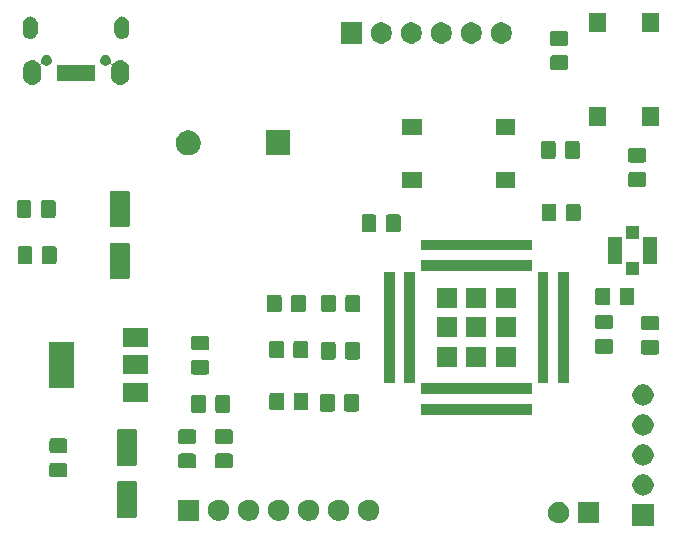
<source format=gbr>
G04 #@! TF.GenerationSoftware,KiCad,Pcbnew,5.1.5-52549c5~84~ubuntu18.04.1*
G04 #@! TF.CreationDate,2020-02-11T14:22:43+01:00*
G04 #@! TF.ProjectId,project,70726f6a-6563-4742-9e6b-696361645f70,rev?*
G04 #@! TF.SameCoordinates,Original*
G04 #@! TF.FileFunction,Soldermask,Top*
G04 #@! TF.FilePolarity,Negative*
%FSLAX46Y46*%
G04 Gerber Fmt 4.6, Leading zero omitted, Abs format (unit mm)*
G04 Created by KiCad (PCBNEW 5.1.5-52549c5~84~ubuntu18.04.1) date 2020-02-11 14:22:43*
%MOMM*%
%LPD*%
G04 APERTURE LIST*
%ADD10C,0.100000*%
G04 APERTURE END LIST*
D10*
G36*
X99001000Y-79001000D02*
G01*
X97199000Y-79001000D01*
X97199000Y-77199000D01*
X99001000Y-77199000D01*
X99001000Y-79001000D01*
G37*
G36*
X94401000Y-78801000D02*
G01*
X92599000Y-78801000D01*
X92599000Y-76999000D01*
X94401000Y-76999000D01*
X94401000Y-78801000D01*
G37*
G36*
X91054508Y-77000147D02*
G01*
X91222812Y-77033624D01*
X91386784Y-77101544D01*
X91534354Y-77200147D01*
X91659853Y-77325646D01*
X91758456Y-77473216D01*
X91826376Y-77637188D01*
X91861000Y-77811259D01*
X91861000Y-77988741D01*
X91826376Y-78162812D01*
X91758456Y-78326784D01*
X91659853Y-78474354D01*
X91534354Y-78599853D01*
X91386784Y-78698456D01*
X91222812Y-78766376D01*
X91073512Y-78796073D01*
X91048742Y-78801000D01*
X90871258Y-78801000D01*
X90846488Y-78796073D01*
X90697188Y-78766376D01*
X90533216Y-78698456D01*
X90385646Y-78599853D01*
X90260147Y-78474354D01*
X90161544Y-78326784D01*
X90093624Y-78162812D01*
X90059000Y-77988741D01*
X90059000Y-77811259D01*
X90093624Y-77637188D01*
X90161544Y-77473216D01*
X90260147Y-77325646D01*
X90385646Y-77200147D01*
X90533216Y-77101544D01*
X90697188Y-77033624D01*
X90865492Y-77000147D01*
X90871258Y-76999000D01*
X91048742Y-76999000D01*
X91054508Y-77000147D01*
G37*
G36*
X67373512Y-76803927D02*
G01*
X67522812Y-76833624D01*
X67686784Y-76901544D01*
X67834354Y-77000147D01*
X67959853Y-77125646D01*
X68058456Y-77273216D01*
X68126376Y-77437188D01*
X68161000Y-77611259D01*
X68161000Y-77788741D01*
X68126376Y-77962812D01*
X68058456Y-78126784D01*
X67959853Y-78274354D01*
X67834354Y-78399853D01*
X67686784Y-78498456D01*
X67522812Y-78566376D01*
X67373512Y-78596073D01*
X67348742Y-78601000D01*
X67171258Y-78601000D01*
X67146488Y-78596073D01*
X66997188Y-78566376D01*
X66833216Y-78498456D01*
X66685646Y-78399853D01*
X66560147Y-78274354D01*
X66461544Y-78126784D01*
X66393624Y-77962812D01*
X66359000Y-77788741D01*
X66359000Y-77611259D01*
X66393624Y-77437188D01*
X66461544Y-77273216D01*
X66560147Y-77125646D01*
X66685646Y-77000147D01*
X66833216Y-76901544D01*
X66997188Y-76833624D01*
X67146488Y-76803927D01*
X67171258Y-76799000D01*
X67348742Y-76799000D01*
X67373512Y-76803927D01*
G37*
G36*
X72453512Y-76803927D02*
G01*
X72602812Y-76833624D01*
X72766784Y-76901544D01*
X72914354Y-77000147D01*
X73039853Y-77125646D01*
X73138456Y-77273216D01*
X73206376Y-77437188D01*
X73241000Y-77611259D01*
X73241000Y-77788741D01*
X73206376Y-77962812D01*
X73138456Y-78126784D01*
X73039853Y-78274354D01*
X72914354Y-78399853D01*
X72766784Y-78498456D01*
X72602812Y-78566376D01*
X72453512Y-78596073D01*
X72428742Y-78601000D01*
X72251258Y-78601000D01*
X72226488Y-78596073D01*
X72077188Y-78566376D01*
X71913216Y-78498456D01*
X71765646Y-78399853D01*
X71640147Y-78274354D01*
X71541544Y-78126784D01*
X71473624Y-77962812D01*
X71439000Y-77788741D01*
X71439000Y-77611259D01*
X71473624Y-77437188D01*
X71541544Y-77273216D01*
X71640147Y-77125646D01*
X71765646Y-77000147D01*
X71913216Y-76901544D01*
X72077188Y-76833624D01*
X72226488Y-76803927D01*
X72251258Y-76799000D01*
X72428742Y-76799000D01*
X72453512Y-76803927D01*
G37*
G36*
X69913512Y-76803927D02*
G01*
X70062812Y-76833624D01*
X70226784Y-76901544D01*
X70374354Y-77000147D01*
X70499853Y-77125646D01*
X70598456Y-77273216D01*
X70666376Y-77437188D01*
X70701000Y-77611259D01*
X70701000Y-77788741D01*
X70666376Y-77962812D01*
X70598456Y-78126784D01*
X70499853Y-78274354D01*
X70374354Y-78399853D01*
X70226784Y-78498456D01*
X70062812Y-78566376D01*
X69913512Y-78596073D01*
X69888742Y-78601000D01*
X69711258Y-78601000D01*
X69686488Y-78596073D01*
X69537188Y-78566376D01*
X69373216Y-78498456D01*
X69225646Y-78399853D01*
X69100147Y-78274354D01*
X69001544Y-78126784D01*
X68933624Y-77962812D01*
X68899000Y-77788741D01*
X68899000Y-77611259D01*
X68933624Y-77437188D01*
X69001544Y-77273216D01*
X69100147Y-77125646D01*
X69225646Y-77000147D01*
X69373216Y-76901544D01*
X69537188Y-76833624D01*
X69686488Y-76803927D01*
X69711258Y-76799000D01*
X69888742Y-76799000D01*
X69913512Y-76803927D01*
G37*
G36*
X64833512Y-76803927D02*
G01*
X64982812Y-76833624D01*
X65146784Y-76901544D01*
X65294354Y-77000147D01*
X65419853Y-77125646D01*
X65518456Y-77273216D01*
X65586376Y-77437188D01*
X65621000Y-77611259D01*
X65621000Y-77788741D01*
X65586376Y-77962812D01*
X65518456Y-78126784D01*
X65419853Y-78274354D01*
X65294354Y-78399853D01*
X65146784Y-78498456D01*
X64982812Y-78566376D01*
X64833512Y-78596073D01*
X64808742Y-78601000D01*
X64631258Y-78601000D01*
X64606488Y-78596073D01*
X64457188Y-78566376D01*
X64293216Y-78498456D01*
X64145646Y-78399853D01*
X64020147Y-78274354D01*
X63921544Y-78126784D01*
X63853624Y-77962812D01*
X63819000Y-77788741D01*
X63819000Y-77611259D01*
X63853624Y-77437188D01*
X63921544Y-77273216D01*
X64020147Y-77125646D01*
X64145646Y-77000147D01*
X64293216Y-76901544D01*
X64457188Y-76833624D01*
X64606488Y-76803927D01*
X64631258Y-76799000D01*
X64808742Y-76799000D01*
X64833512Y-76803927D01*
G37*
G36*
X60541000Y-78601000D02*
G01*
X58739000Y-78601000D01*
X58739000Y-76799000D01*
X60541000Y-76799000D01*
X60541000Y-78601000D01*
G37*
G36*
X74993512Y-76803927D02*
G01*
X75142812Y-76833624D01*
X75306784Y-76901544D01*
X75454354Y-77000147D01*
X75579853Y-77125646D01*
X75678456Y-77273216D01*
X75746376Y-77437188D01*
X75781000Y-77611259D01*
X75781000Y-77788741D01*
X75746376Y-77962812D01*
X75678456Y-78126784D01*
X75579853Y-78274354D01*
X75454354Y-78399853D01*
X75306784Y-78498456D01*
X75142812Y-78566376D01*
X74993512Y-78596073D01*
X74968742Y-78601000D01*
X74791258Y-78601000D01*
X74766488Y-78596073D01*
X74617188Y-78566376D01*
X74453216Y-78498456D01*
X74305646Y-78399853D01*
X74180147Y-78274354D01*
X74081544Y-78126784D01*
X74013624Y-77962812D01*
X73979000Y-77788741D01*
X73979000Y-77611259D01*
X74013624Y-77437188D01*
X74081544Y-77273216D01*
X74180147Y-77125646D01*
X74305646Y-77000147D01*
X74453216Y-76901544D01*
X74617188Y-76833624D01*
X74766488Y-76803927D01*
X74791258Y-76799000D01*
X74968742Y-76799000D01*
X74993512Y-76803927D01*
G37*
G36*
X62293512Y-76803927D02*
G01*
X62442812Y-76833624D01*
X62606784Y-76901544D01*
X62754354Y-77000147D01*
X62879853Y-77125646D01*
X62978456Y-77273216D01*
X63046376Y-77437188D01*
X63081000Y-77611259D01*
X63081000Y-77788741D01*
X63046376Y-77962812D01*
X62978456Y-78126784D01*
X62879853Y-78274354D01*
X62754354Y-78399853D01*
X62606784Y-78498456D01*
X62442812Y-78566376D01*
X62293512Y-78596073D01*
X62268742Y-78601000D01*
X62091258Y-78601000D01*
X62066488Y-78596073D01*
X61917188Y-78566376D01*
X61753216Y-78498456D01*
X61605646Y-78399853D01*
X61480147Y-78274354D01*
X61381544Y-78126784D01*
X61313624Y-77962812D01*
X61279000Y-77788741D01*
X61279000Y-77611259D01*
X61313624Y-77437188D01*
X61381544Y-77273216D01*
X61480147Y-77125646D01*
X61605646Y-77000147D01*
X61753216Y-76901544D01*
X61917188Y-76833624D01*
X62066488Y-76803927D01*
X62091258Y-76799000D01*
X62268742Y-76799000D01*
X62293512Y-76803927D01*
G37*
G36*
X55105997Y-75253051D02*
G01*
X55139652Y-75263261D01*
X55170665Y-75279838D01*
X55197851Y-75302149D01*
X55220162Y-75329335D01*
X55236739Y-75360348D01*
X55246949Y-75394003D01*
X55251000Y-75435138D01*
X55251000Y-78164862D01*
X55246949Y-78205997D01*
X55236739Y-78239652D01*
X55220162Y-78270665D01*
X55197851Y-78297851D01*
X55170665Y-78320162D01*
X55139652Y-78336739D01*
X55105997Y-78346949D01*
X55064862Y-78351000D01*
X53735138Y-78351000D01*
X53694003Y-78346949D01*
X53660348Y-78336739D01*
X53629335Y-78320162D01*
X53602149Y-78297851D01*
X53579838Y-78270665D01*
X53563261Y-78239652D01*
X53553051Y-78205997D01*
X53549000Y-78164862D01*
X53549000Y-75435138D01*
X53553051Y-75394003D01*
X53563261Y-75360348D01*
X53579838Y-75329335D01*
X53602149Y-75302149D01*
X53629335Y-75279838D01*
X53660348Y-75263261D01*
X53694003Y-75253051D01*
X53735138Y-75249000D01*
X55064862Y-75249000D01*
X55105997Y-75253051D01*
G37*
G36*
X98213512Y-74663927D02*
G01*
X98362812Y-74693624D01*
X98526784Y-74761544D01*
X98674354Y-74860147D01*
X98799853Y-74985646D01*
X98898456Y-75133216D01*
X98966376Y-75297188D01*
X99001000Y-75471259D01*
X99001000Y-75648741D01*
X98966376Y-75822812D01*
X98898456Y-75986784D01*
X98799853Y-76134354D01*
X98674354Y-76259853D01*
X98526784Y-76358456D01*
X98362812Y-76426376D01*
X98213512Y-76456073D01*
X98188742Y-76461000D01*
X98011258Y-76461000D01*
X97986488Y-76456073D01*
X97837188Y-76426376D01*
X97673216Y-76358456D01*
X97525646Y-76259853D01*
X97400147Y-76134354D01*
X97301544Y-75986784D01*
X97233624Y-75822812D01*
X97199000Y-75648741D01*
X97199000Y-75471259D01*
X97233624Y-75297188D01*
X97301544Y-75133216D01*
X97400147Y-74985646D01*
X97525646Y-74860147D01*
X97673216Y-74761544D01*
X97837188Y-74693624D01*
X97986488Y-74663927D01*
X98011258Y-74659000D01*
X98188742Y-74659000D01*
X98213512Y-74663927D01*
G37*
G36*
X49188674Y-73678465D02*
G01*
X49226367Y-73689899D01*
X49261103Y-73708466D01*
X49291548Y-73733452D01*
X49316534Y-73763897D01*
X49335101Y-73798633D01*
X49346535Y-73836326D01*
X49351000Y-73881661D01*
X49351000Y-74718339D01*
X49346535Y-74763674D01*
X49335101Y-74801367D01*
X49316534Y-74836103D01*
X49291548Y-74866548D01*
X49261103Y-74891534D01*
X49226367Y-74910101D01*
X49188674Y-74921535D01*
X49143339Y-74926000D01*
X48056661Y-74926000D01*
X48011326Y-74921535D01*
X47973633Y-74910101D01*
X47938897Y-74891534D01*
X47908452Y-74866548D01*
X47883466Y-74836103D01*
X47864899Y-74801367D01*
X47853465Y-74763674D01*
X47849000Y-74718339D01*
X47849000Y-73881661D01*
X47853465Y-73836326D01*
X47864899Y-73798633D01*
X47883466Y-73763897D01*
X47908452Y-73733452D01*
X47938897Y-73708466D01*
X47973633Y-73689899D01*
X48011326Y-73678465D01*
X48056661Y-73674000D01*
X49143339Y-73674000D01*
X49188674Y-73678465D01*
G37*
G36*
X60088674Y-72903465D02*
G01*
X60126367Y-72914899D01*
X60161103Y-72933466D01*
X60191548Y-72958452D01*
X60216534Y-72988897D01*
X60235101Y-73023633D01*
X60246535Y-73061326D01*
X60251000Y-73106661D01*
X60251000Y-73943339D01*
X60246535Y-73988674D01*
X60235101Y-74026367D01*
X60216534Y-74061103D01*
X60191548Y-74091548D01*
X60161103Y-74116534D01*
X60126367Y-74135101D01*
X60088674Y-74146535D01*
X60043339Y-74151000D01*
X58956661Y-74151000D01*
X58911326Y-74146535D01*
X58873633Y-74135101D01*
X58838897Y-74116534D01*
X58808452Y-74091548D01*
X58783466Y-74061103D01*
X58764899Y-74026367D01*
X58753465Y-73988674D01*
X58749000Y-73943339D01*
X58749000Y-73106661D01*
X58753465Y-73061326D01*
X58764899Y-73023633D01*
X58783466Y-72988897D01*
X58808452Y-72958452D01*
X58838897Y-72933466D01*
X58873633Y-72914899D01*
X58911326Y-72903465D01*
X58956661Y-72899000D01*
X60043339Y-72899000D01*
X60088674Y-72903465D01*
G37*
G36*
X63188674Y-72903465D02*
G01*
X63226367Y-72914899D01*
X63261103Y-72933466D01*
X63291548Y-72958452D01*
X63316534Y-72988897D01*
X63335101Y-73023633D01*
X63346535Y-73061326D01*
X63351000Y-73106661D01*
X63351000Y-73943339D01*
X63346535Y-73988674D01*
X63335101Y-74026367D01*
X63316534Y-74061103D01*
X63291548Y-74091548D01*
X63261103Y-74116534D01*
X63226367Y-74135101D01*
X63188674Y-74146535D01*
X63143339Y-74151000D01*
X62056661Y-74151000D01*
X62011326Y-74146535D01*
X61973633Y-74135101D01*
X61938897Y-74116534D01*
X61908452Y-74091548D01*
X61883466Y-74061103D01*
X61864899Y-74026367D01*
X61853465Y-73988674D01*
X61849000Y-73943339D01*
X61849000Y-73106661D01*
X61853465Y-73061326D01*
X61864899Y-73023633D01*
X61883466Y-72988897D01*
X61908452Y-72958452D01*
X61938897Y-72933466D01*
X61973633Y-72914899D01*
X62011326Y-72903465D01*
X62056661Y-72899000D01*
X63143339Y-72899000D01*
X63188674Y-72903465D01*
G37*
G36*
X55105997Y-70853051D02*
G01*
X55139652Y-70863261D01*
X55170665Y-70879838D01*
X55197851Y-70902149D01*
X55220162Y-70929335D01*
X55236739Y-70960348D01*
X55246949Y-70994003D01*
X55251000Y-71035138D01*
X55251000Y-73764862D01*
X55246949Y-73805997D01*
X55236739Y-73839652D01*
X55220162Y-73870665D01*
X55197851Y-73897851D01*
X55170665Y-73920162D01*
X55139652Y-73936739D01*
X55105997Y-73946949D01*
X55064862Y-73951000D01*
X53735138Y-73951000D01*
X53694003Y-73946949D01*
X53660348Y-73936739D01*
X53629335Y-73920162D01*
X53602149Y-73897851D01*
X53579838Y-73870665D01*
X53563261Y-73839652D01*
X53553051Y-73805997D01*
X53549000Y-73764862D01*
X53549000Y-71035138D01*
X53553051Y-70994003D01*
X53563261Y-70960348D01*
X53579838Y-70929335D01*
X53602149Y-70902149D01*
X53629335Y-70879838D01*
X53660348Y-70863261D01*
X53694003Y-70853051D01*
X53735138Y-70849000D01*
X55064862Y-70849000D01*
X55105997Y-70853051D01*
G37*
G36*
X98213512Y-72123927D02*
G01*
X98362812Y-72153624D01*
X98526784Y-72221544D01*
X98674354Y-72320147D01*
X98799853Y-72445646D01*
X98898456Y-72593216D01*
X98966376Y-72757188D01*
X98994583Y-72899000D01*
X99001000Y-72931258D01*
X99001000Y-73108742D01*
X98996073Y-73133512D01*
X98966376Y-73282812D01*
X98898456Y-73446784D01*
X98799853Y-73594354D01*
X98674354Y-73719853D01*
X98526784Y-73818456D01*
X98362812Y-73886376D01*
X98213512Y-73916073D01*
X98188742Y-73921000D01*
X98011258Y-73921000D01*
X97986488Y-73916073D01*
X97837188Y-73886376D01*
X97673216Y-73818456D01*
X97525646Y-73719853D01*
X97400147Y-73594354D01*
X97301544Y-73446784D01*
X97233624Y-73282812D01*
X97203927Y-73133512D01*
X97199000Y-73108742D01*
X97199000Y-72931258D01*
X97205417Y-72899000D01*
X97233624Y-72757188D01*
X97301544Y-72593216D01*
X97400147Y-72445646D01*
X97525646Y-72320147D01*
X97673216Y-72221544D01*
X97837188Y-72153624D01*
X97986488Y-72123927D01*
X98011258Y-72119000D01*
X98188742Y-72119000D01*
X98213512Y-72123927D01*
G37*
G36*
X49188674Y-71628465D02*
G01*
X49226367Y-71639899D01*
X49261103Y-71658466D01*
X49291548Y-71683452D01*
X49316534Y-71713897D01*
X49335101Y-71748633D01*
X49346535Y-71786326D01*
X49351000Y-71831661D01*
X49351000Y-72668339D01*
X49346535Y-72713674D01*
X49335101Y-72751367D01*
X49316534Y-72786103D01*
X49291548Y-72816548D01*
X49261103Y-72841534D01*
X49226367Y-72860101D01*
X49188674Y-72871535D01*
X49143339Y-72876000D01*
X48056661Y-72876000D01*
X48011326Y-72871535D01*
X47973633Y-72860101D01*
X47938897Y-72841534D01*
X47908452Y-72816548D01*
X47883466Y-72786103D01*
X47864899Y-72751367D01*
X47853465Y-72713674D01*
X47849000Y-72668339D01*
X47849000Y-71831661D01*
X47853465Y-71786326D01*
X47864899Y-71748633D01*
X47883466Y-71713897D01*
X47908452Y-71683452D01*
X47938897Y-71658466D01*
X47973633Y-71639899D01*
X48011326Y-71628465D01*
X48056661Y-71624000D01*
X49143339Y-71624000D01*
X49188674Y-71628465D01*
G37*
G36*
X63188674Y-70853465D02*
G01*
X63226367Y-70864899D01*
X63261103Y-70883466D01*
X63291548Y-70908452D01*
X63316534Y-70938897D01*
X63335101Y-70973633D01*
X63346535Y-71011326D01*
X63351000Y-71056661D01*
X63351000Y-71893339D01*
X63346535Y-71938674D01*
X63335101Y-71976367D01*
X63316534Y-72011103D01*
X63291548Y-72041548D01*
X63261103Y-72066534D01*
X63226367Y-72085101D01*
X63188674Y-72096535D01*
X63143339Y-72101000D01*
X62056661Y-72101000D01*
X62011326Y-72096535D01*
X61973633Y-72085101D01*
X61938897Y-72066534D01*
X61908452Y-72041548D01*
X61883466Y-72011103D01*
X61864899Y-71976367D01*
X61853465Y-71938674D01*
X61849000Y-71893339D01*
X61849000Y-71056661D01*
X61853465Y-71011326D01*
X61864899Y-70973633D01*
X61883466Y-70938897D01*
X61908452Y-70908452D01*
X61938897Y-70883466D01*
X61973633Y-70864899D01*
X62011326Y-70853465D01*
X62056661Y-70849000D01*
X63143339Y-70849000D01*
X63188674Y-70853465D01*
G37*
G36*
X60088674Y-70853465D02*
G01*
X60126367Y-70864899D01*
X60161103Y-70883466D01*
X60191548Y-70908452D01*
X60216534Y-70938897D01*
X60235101Y-70973633D01*
X60246535Y-71011326D01*
X60251000Y-71056661D01*
X60251000Y-71893339D01*
X60246535Y-71938674D01*
X60235101Y-71976367D01*
X60216534Y-72011103D01*
X60191548Y-72041548D01*
X60161103Y-72066534D01*
X60126367Y-72085101D01*
X60088674Y-72096535D01*
X60043339Y-72101000D01*
X58956661Y-72101000D01*
X58911326Y-72096535D01*
X58873633Y-72085101D01*
X58838897Y-72066534D01*
X58808452Y-72041548D01*
X58783466Y-72011103D01*
X58764899Y-71976367D01*
X58753465Y-71938674D01*
X58749000Y-71893339D01*
X58749000Y-71056661D01*
X58753465Y-71011326D01*
X58764899Y-70973633D01*
X58783466Y-70938897D01*
X58808452Y-70908452D01*
X58838897Y-70883466D01*
X58873633Y-70864899D01*
X58911326Y-70853465D01*
X58956661Y-70849000D01*
X60043339Y-70849000D01*
X60088674Y-70853465D01*
G37*
G36*
X98213512Y-69583927D02*
G01*
X98362812Y-69613624D01*
X98526784Y-69681544D01*
X98674354Y-69780147D01*
X98799853Y-69905646D01*
X98898456Y-70053216D01*
X98966376Y-70217188D01*
X99001000Y-70391259D01*
X99001000Y-70568741D01*
X98966376Y-70742812D01*
X98898456Y-70906784D01*
X98799853Y-71054354D01*
X98674354Y-71179853D01*
X98526784Y-71278456D01*
X98362812Y-71346376D01*
X98213512Y-71376073D01*
X98188742Y-71381000D01*
X98011258Y-71381000D01*
X97986488Y-71376073D01*
X97837188Y-71346376D01*
X97673216Y-71278456D01*
X97525646Y-71179853D01*
X97400147Y-71054354D01*
X97301544Y-70906784D01*
X97233624Y-70742812D01*
X97199000Y-70568741D01*
X97199000Y-70391259D01*
X97233624Y-70217188D01*
X97301544Y-70053216D01*
X97400147Y-69905646D01*
X97525646Y-69780147D01*
X97673216Y-69681544D01*
X97837188Y-69613624D01*
X97986488Y-69583927D01*
X98011258Y-69579000D01*
X98188742Y-69579000D01*
X98213512Y-69583927D01*
G37*
G36*
X88701000Y-69601000D02*
G01*
X79299000Y-69601000D01*
X79299000Y-68699000D01*
X88701000Y-68699000D01*
X88701000Y-69601000D01*
G37*
G36*
X62988674Y-67953465D02*
G01*
X63026367Y-67964899D01*
X63061103Y-67983466D01*
X63091548Y-68008452D01*
X63116534Y-68038897D01*
X63135101Y-68073633D01*
X63146535Y-68111326D01*
X63151000Y-68156661D01*
X63151000Y-69243339D01*
X63146535Y-69288674D01*
X63135101Y-69326367D01*
X63116534Y-69361103D01*
X63091548Y-69391548D01*
X63061103Y-69416534D01*
X63026367Y-69435101D01*
X62988674Y-69446535D01*
X62943339Y-69451000D01*
X62106661Y-69451000D01*
X62061326Y-69446535D01*
X62023633Y-69435101D01*
X61988897Y-69416534D01*
X61958452Y-69391548D01*
X61933466Y-69361103D01*
X61914899Y-69326367D01*
X61903465Y-69288674D01*
X61899000Y-69243339D01*
X61899000Y-68156661D01*
X61903465Y-68111326D01*
X61914899Y-68073633D01*
X61933466Y-68038897D01*
X61958452Y-68008452D01*
X61988897Y-67983466D01*
X62023633Y-67964899D01*
X62061326Y-67953465D01*
X62106661Y-67949000D01*
X62943339Y-67949000D01*
X62988674Y-67953465D01*
G37*
G36*
X60938674Y-67953465D02*
G01*
X60976367Y-67964899D01*
X61011103Y-67983466D01*
X61041548Y-68008452D01*
X61066534Y-68038897D01*
X61085101Y-68073633D01*
X61096535Y-68111326D01*
X61101000Y-68156661D01*
X61101000Y-69243339D01*
X61096535Y-69288674D01*
X61085101Y-69326367D01*
X61066534Y-69361103D01*
X61041548Y-69391548D01*
X61011103Y-69416534D01*
X60976367Y-69435101D01*
X60938674Y-69446535D01*
X60893339Y-69451000D01*
X60056661Y-69451000D01*
X60011326Y-69446535D01*
X59973633Y-69435101D01*
X59938897Y-69416534D01*
X59908452Y-69391548D01*
X59883466Y-69361103D01*
X59864899Y-69326367D01*
X59853465Y-69288674D01*
X59849000Y-69243339D01*
X59849000Y-68156661D01*
X59853465Y-68111326D01*
X59864899Y-68073633D01*
X59883466Y-68038897D01*
X59908452Y-68008452D01*
X59938897Y-67983466D01*
X59973633Y-67964899D01*
X60011326Y-67953465D01*
X60056661Y-67949000D01*
X60893339Y-67949000D01*
X60938674Y-67953465D01*
G37*
G36*
X71838674Y-67853465D02*
G01*
X71876367Y-67864899D01*
X71911103Y-67883466D01*
X71941548Y-67908452D01*
X71966534Y-67938897D01*
X71985101Y-67973633D01*
X71996535Y-68011326D01*
X72001000Y-68056661D01*
X72001000Y-69143339D01*
X71996535Y-69188674D01*
X71985101Y-69226367D01*
X71966534Y-69261103D01*
X71941548Y-69291548D01*
X71911103Y-69316534D01*
X71876367Y-69335101D01*
X71838674Y-69346535D01*
X71793339Y-69351000D01*
X70956661Y-69351000D01*
X70911326Y-69346535D01*
X70873633Y-69335101D01*
X70838897Y-69316534D01*
X70808452Y-69291548D01*
X70783466Y-69261103D01*
X70764899Y-69226367D01*
X70753465Y-69188674D01*
X70749000Y-69143339D01*
X70749000Y-68056661D01*
X70753465Y-68011326D01*
X70764899Y-67973633D01*
X70783466Y-67938897D01*
X70808452Y-67908452D01*
X70838897Y-67883466D01*
X70873633Y-67864899D01*
X70911326Y-67853465D01*
X70956661Y-67849000D01*
X71793339Y-67849000D01*
X71838674Y-67853465D01*
G37*
G36*
X73888674Y-67853465D02*
G01*
X73926367Y-67864899D01*
X73961103Y-67883466D01*
X73991548Y-67908452D01*
X74016534Y-67938897D01*
X74035101Y-67973633D01*
X74046535Y-68011326D01*
X74051000Y-68056661D01*
X74051000Y-69143339D01*
X74046535Y-69188674D01*
X74035101Y-69226367D01*
X74016534Y-69261103D01*
X73991548Y-69291548D01*
X73961103Y-69316534D01*
X73926367Y-69335101D01*
X73888674Y-69346535D01*
X73843339Y-69351000D01*
X73006661Y-69351000D01*
X72961326Y-69346535D01*
X72923633Y-69335101D01*
X72888897Y-69316534D01*
X72858452Y-69291548D01*
X72833466Y-69261103D01*
X72814899Y-69226367D01*
X72803465Y-69188674D01*
X72799000Y-69143339D01*
X72799000Y-68056661D01*
X72803465Y-68011326D01*
X72814899Y-67973633D01*
X72833466Y-67938897D01*
X72858452Y-67908452D01*
X72888897Y-67883466D01*
X72923633Y-67864899D01*
X72961326Y-67853465D01*
X73006661Y-67849000D01*
X73843339Y-67849000D01*
X73888674Y-67853465D01*
G37*
G36*
X67563674Y-67753465D02*
G01*
X67601367Y-67764899D01*
X67636103Y-67783466D01*
X67666548Y-67808452D01*
X67691534Y-67838897D01*
X67710101Y-67873633D01*
X67721535Y-67911326D01*
X67726000Y-67956661D01*
X67726000Y-69043339D01*
X67721535Y-69088674D01*
X67710101Y-69126367D01*
X67691534Y-69161103D01*
X67666548Y-69191548D01*
X67636103Y-69216534D01*
X67601367Y-69235101D01*
X67563674Y-69246535D01*
X67518339Y-69251000D01*
X66681661Y-69251000D01*
X66636326Y-69246535D01*
X66598633Y-69235101D01*
X66563897Y-69216534D01*
X66533452Y-69191548D01*
X66508466Y-69161103D01*
X66489899Y-69126367D01*
X66478465Y-69088674D01*
X66474000Y-69043339D01*
X66474000Y-67956661D01*
X66478465Y-67911326D01*
X66489899Y-67873633D01*
X66508466Y-67838897D01*
X66533452Y-67808452D01*
X66563897Y-67783466D01*
X66598633Y-67764899D01*
X66636326Y-67753465D01*
X66681661Y-67749000D01*
X67518339Y-67749000D01*
X67563674Y-67753465D01*
G37*
G36*
X69613674Y-67753465D02*
G01*
X69651367Y-67764899D01*
X69686103Y-67783466D01*
X69716548Y-67808452D01*
X69741534Y-67838897D01*
X69760101Y-67873633D01*
X69771535Y-67911326D01*
X69776000Y-67956661D01*
X69776000Y-69043339D01*
X69771535Y-69088674D01*
X69760101Y-69126367D01*
X69741534Y-69161103D01*
X69716548Y-69191548D01*
X69686103Y-69216534D01*
X69651367Y-69235101D01*
X69613674Y-69246535D01*
X69568339Y-69251000D01*
X68731661Y-69251000D01*
X68686326Y-69246535D01*
X68648633Y-69235101D01*
X68613897Y-69216534D01*
X68583452Y-69191548D01*
X68558466Y-69161103D01*
X68539899Y-69126367D01*
X68528465Y-69088674D01*
X68524000Y-69043339D01*
X68524000Y-67956661D01*
X68528465Y-67911326D01*
X68539899Y-67873633D01*
X68558466Y-67838897D01*
X68583452Y-67808452D01*
X68613897Y-67783466D01*
X68648633Y-67764899D01*
X68686326Y-67753465D01*
X68731661Y-67749000D01*
X69568339Y-67749000D01*
X69613674Y-67753465D01*
G37*
G36*
X98213512Y-67043927D02*
G01*
X98362812Y-67073624D01*
X98526784Y-67141544D01*
X98674354Y-67240147D01*
X98799853Y-67365646D01*
X98898456Y-67513216D01*
X98966376Y-67677188D01*
X98992485Y-67808452D01*
X99000949Y-67851000D01*
X99001000Y-67851259D01*
X99001000Y-68028741D01*
X98966376Y-68202812D01*
X98898456Y-68366784D01*
X98799853Y-68514354D01*
X98674354Y-68639853D01*
X98526784Y-68738456D01*
X98362812Y-68806376D01*
X98213512Y-68836073D01*
X98188742Y-68841000D01*
X98011258Y-68841000D01*
X97986488Y-68836073D01*
X97837188Y-68806376D01*
X97673216Y-68738456D01*
X97525646Y-68639853D01*
X97400147Y-68514354D01*
X97301544Y-68366784D01*
X97233624Y-68202812D01*
X97199000Y-68028741D01*
X97199000Y-67851259D01*
X97199052Y-67851000D01*
X97207515Y-67808452D01*
X97233624Y-67677188D01*
X97301544Y-67513216D01*
X97400147Y-67365646D01*
X97525646Y-67240147D01*
X97673216Y-67141544D01*
X97837188Y-67073624D01*
X97986488Y-67043927D01*
X98011258Y-67039000D01*
X98188742Y-67039000D01*
X98213512Y-67043927D01*
G37*
G36*
X56201000Y-68501000D02*
G01*
X54099000Y-68501000D01*
X54099000Y-66899000D01*
X56201000Y-66899000D01*
X56201000Y-68501000D01*
G37*
G36*
X88701000Y-67851000D02*
G01*
X79299000Y-67851000D01*
X79299000Y-66949000D01*
X88701000Y-66949000D01*
X88701000Y-67851000D01*
G37*
G36*
X49901000Y-67351000D02*
G01*
X47799000Y-67351000D01*
X47799000Y-63449000D01*
X49901000Y-63449000D01*
X49901000Y-67351000D01*
G37*
G36*
X91801000Y-66901000D02*
G01*
X90899000Y-66901000D01*
X90899000Y-57499000D01*
X91801000Y-57499000D01*
X91801000Y-66901000D01*
G37*
G36*
X90101000Y-66901000D02*
G01*
X89199000Y-66901000D01*
X89199000Y-57499000D01*
X90101000Y-57499000D01*
X90101000Y-66901000D01*
G37*
G36*
X78801000Y-66901000D02*
G01*
X77899000Y-66901000D01*
X77899000Y-57499000D01*
X78801000Y-57499000D01*
X78801000Y-66901000D01*
G37*
G36*
X77101000Y-66901000D02*
G01*
X76199000Y-66901000D01*
X76199000Y-57499000D01*
X77101000Y-57499000D01*
X77101000Y-66901000D01*
G37*
G36*
X61188674Y-64978465D02*
G01*
X61226367Y-64989899D01*
X61261103Y-65008466D01*
X61291548Y-65033452D01*
X61316534Y-65063897D01*
X61335101Y-65098633D01*
X61346535Y-65136326D01*
X61351000Y-65181661D01*
X61351000Y-66018339D01*
X61346535Y-66063674D01*
X61335101Y-66101367D01*
X61316534Y-66136103D01*
X61291548Y-66166548D01*
X61261103Y-66191534D01*
X61226367Y-66210101D01*
X61188674Y-66221535D01*
X61143339Y-66226000D01*
X60056661Y-66226000D01*
X60011326Y-66221535D01*
X59973633Y-66210101D01*
X59938897Y-66191534D01*
X59908452Y-66166548D01*
X59883466Y-66136103D01*
X59864899Y-66101367D01*
X59853465Y-66063674D01*
X59849000Y-66018339D01*
X59849000Y-65181661D01*
X59853465Y-65136326D01*
X59864899Y-65098633D01*
X59883466Y-65063897D01*
X59908452Y-65033452D01*
X59938897Y-65008466D01*
X59973633Y-64989899D01*
X60011326Y-64978465D01*
X60056661Y-64974000D01*
X61143339Y-64974000D01*
X61188674Y-64978465D01*
G37*
G36*
X56201000Y-66201000D02*
G01*
X54099000Y-66201000D01*
X54099000Y-64599000D01*
X56201000Y-64599000D01*
X56201000Y-66201000D01*
G37*
G36*
X87351000Y-65551000D02*
G01*
X85649000Y-65551000D01*
X85649000Y-63849000D01*
X87351000Y-63849000D01*
X87351000Y-65551000D01*
G37*
G36*
X84851000Y-65551000D02*
G01*
X83149000Y-65551000D01*
X83149000Y-63849000D01*
X84851000Y-63849000D01*
X84851000Y-65551000D01*
G37*
G36*
X82351000Y-65551000D02*
G01*
X80649000Y-65551000D01*
X80649000Y-63849000D01*
X82351000Y-63849000D01*
X82351000Y-65551000D01*
G37*
G36*
X73963674Y-63453465D02*
G01*
X74001367Y-63464899D01*
X74036103Y-63483466D01*
X74066548Y-63508452D01*
X74091534Y-63538897D01*
X74110101Y-63573633D01*
X74121535Y-63611326D01*
X74126000Y-63656661D01*
X74126000Y-64743339D01*
X74121535Y-64788674D01*
X74110101Y-64826367D01*
X74091534Y-64861103D01*
X74066548Y-64891548D01*
X74036103Y-64916534D01*
X74001367Y-64935101D01*
X73963674Y-64946535D01*
X73918339Y-64951000D01*
X73081661Y-64951000D01*
X73036326Y-64946535D01*
X72998633Y-64935101D01*
X72963897Y-64916534D01*
X72933452Y-64891548D01*
X72908466Y-64861103D01*
X72889899Y-64826367D01*
X72878465Y-64788674D01*
X72874000Y-64743339D01*
X72874000Y-63656661D01*
X72878465Y-63611326D01*
X72889899Y-63573633D01*
X72908466Y-63538897D01*
X72933452Y-63508452D01*
X72963897Y-63483466D01*
X72998633Y-63464899D01*
X73036326Y-63453465D01*
X73081661Y-63449000D01*
X73918339Y-63449000D01*
X73963674Y-63453465D01*
G37*
G36*
X71913674Y-63453465D02*
G01*
X71951367Y-63464899D01*
X71986103Y-63483466D01*
X72016548Y-63508452D01*
X72041534Y-63538897D01*
X72060101Y-63573633D01*
X72071535Y-63611326D01*
X72076000Y-63656661D01*
X72076000Y-64743339D01*
X72071535Y-64788674D01*
X72060101Y-64826367D01*
X72041534Y-64861103D01*
X72016548Y-64891548D01*
X71986103Y-64916534D01*
X71951367Y-64935101D01*
X71913674Y-64946535D01*
X71868339Y-64951000D01*
X71031661Y-64951000D01*
X70986326Y-64946535D01*
X70948633Y-64935101D01*
X70913897Y-64916534D01*
X70883452Y-64891548D01*
X70858466Y-64861103D01*
X70839899Y-64826367D01*
X70828465Y-64788674D01*
X70824000Y-64743339D01*
X70824000Y-63656661D01*
X70828465Y-63611326D01*
X70839899Y-63573633D01*
X70858466Y-63538897D01*
X70883452Y-63508452D01*
X70913897Y-63483466D01*
X70948633Y-63464899D01*
X70986326Y-63453465D01*
X71031661Y-63449000D01*
X71868339Y-63449000D01*
X71913674Y-63453465D01*
G37*
G36*
X69588674Y-63353465D02*
G01*
X69626367Y-63364899D01*
X69661103Y-63383466D01*
X69691548Y-63408452D01*
X69716534Y-63438897D01*
X69735101Y-63473633D01*
X69746535Y-63511326D01*
X69751000Y-63556661D01*
X69751000Y-64643339D01*
X69746535Y-64688674D01*
X69735101Y-64726367D01*
X69716534Y-64761103D01*
X69691548Y-64791548D01*
X69661103Y-64816534D01*
X69626367Y-64835101D01*
X69588674Y-64846535D01*
X69543339Y-64851000D01*
X68706661Y-64851000D01*
X68661326Y-64846535D01*
X68623633Y-64835101D01*
X68588897Y-64816534D01*
X68558452Y-64791548D01*
X68533466Y-64761103D01*
X68514899Y-64726367D01*
X68503465Y-64688674D01*
X68499000Y-64643339D01*
X68499000Y-63556661D01*
X68503465Y-63511326D01*
X68514899Y-63473633D01*
X68533466Y-63438897D01*
X68558452Y-63408452D01*
X68588897Y-63383466D01*
X68623633Y-63364899D01*
X68661326Y-63353465D01*
X68706661Y-63349000D01*
X69543339Y-63349000D01*
X69588674Y-63353465D01*
G37*
G36*
X67538674Y-63353465D02*
G01*
X67576367Y-63364899D01*
X67611103Y-63383466D01*
X67641548Y-63408452D01*
X67666534Y-63438897D01*
X67685101Y-63473633D01*
X67696535Y-63511326D01*
X67701000Y-63556661D01*
X67701000Y-64643339D01*
X67696535Y-64688674D01*
X67685101Y-64726367D01*
X67666534Y-64761103D01*
X67641548Y-64791548D01*
X67611103Y-64816534D01*
X67576367Y-64835101D01*
X67538674Y-64846535D01*
X67493339Y-64851000D01*
X66656661Y-64851000D01*
X66611326Y-64846535D01*
X66573633Y-64835101D01*
X66538897Y-64816534D01*
X66508452Y-64791548D01*
X66483466Y-64761103D01*
X66464899Y-64726367D01*
X66453465Y-64688674D01*
X66449000Y-64643339D01*
X66449000Y-63556661D01*
X66453465Y-63511326D01*
X66464899Y-63473633D01*
X66483466Y-63438897D01*
X66508452Y-63408452D01*
X66538897Y-63383466D01*
X66573633Y-63364899D01*
X66611326Y-63353465D01*
X66656661Y-63349000D01*
X67493339Y-63349000D01*
X67538674Y-63353465D01*
G37*
G36*
X99288674Y-63278465D02*
G01*
X99326367Y-63289899D01*
X99361103Y-63308466D01*
X99391548Y-63333452D01*
X99416534Y-63363897D01*
X99435101Y-63398633D01*
X99446535Y-63436326D01*
X99451000Y-63481661D01*
X99451000Y-64318339D01*
X99446535Y-64363674D01*
X99435101Y-64401367D01*
X99416534Y-64436103D01*
X99391548Y-64466548D01*
X99361103Y-64491534D01*
X99326367Y-64510101D01*
X99288674Y-64521535D01*
X99243339Y-64526000D01*
X98156661Y-64526000D01*
X98111326Y-64521535D01*
X98073633Y-64510101D01*
X98038897Y-64491534D01*
X98008452Y-64466548D01*
X97983466Y-64436103D01*
X97964899Y-64401367D01*
X97953465Y-64363674D01*
X97949000Y-64318339D01*
X97949000Y-63481661D01*
X97953465Y-63436326D01*
X97964899Y-63398633D01*
X97983466Y-63363897D01*
X98008452Y-63333452D01*
X98038897Y-63308466D01*
X98073633Y-63289899D01*
X98111326Y-63278465D01*
X98156661Y-63274000D01*
X99243339Y-63274000D01*
X99288674Y-63278465D01*
G37*
G36*
X95388674Y-63203465D02*
G01*
X95426367Y-63214899D01*
X95461103Y-63233466D01*
X95491548Y-63258452D01*
X95516534Y-63288897D01*
X95535101Y-63323633D01*
X95546535Y-63361326D01*
X95551000Y-63406661D01*
X95551000Y-64243339D01*
X95546535Y-64288674D01*
X95535101Y-64326367D01*
X95516534Y-64361103D01*
X95491548Y-64391548D01*
X95461103Y-64416534D01*
X95426367Y-64435101D01*
X95388674Y-64446535D01*
X95343339Y-64451000D01*
X94256661Y-64451000D01*
X94211326Y-64446535D01*
X94173633Y-64435101D01*
X94138897Y-64416534D01*
X94108452Y-64391548D01*
X94083466Y-64361103D01*
X94064899Y-64326367D01*
X94053465Y-64288674D01*
X94049000Y-64243339D01*
X94049000Y-63406661D01*
X94053465Y-63361326D01*
X94064899Y-63323633D01*
X94083466Y-63288897D01*
X94108452Y-63258452D01*
X94138897Y-63233466D01*
X94173633Y-63214899D01*
X94211326Y-63203465D01*
X94256661Y-63199000D01*
X95343339Y-63199000D01*
X95388674Y-63203465D01*
G37*
G36*
X61188674Y-62928465D02*
G01*
X61226367Y-62939899D01*
X61261103Y-62958466D01*
X61291548Y-62983452D01*
X61316534Y-63013897D01*
X61335101Y-63048633D01*
X61346535Y-63086326D01*
X61351000Y-63131661D01*
X61351000Y-63968339D01*
X61346535Y-64013674D01*
X61335101Y-64051367D01*
X61316534Y-64086103D01*
X61291548Y-64116548D01*
X61261103Y-64141534D01*
X61226367Y-64160101D01*
X61188674Y-64171535D01*
X61143339Y-64176000D01*
X60056661Y-64176000D01*
X60011326Y-64171535D01*
X59973633Y-64160101D01*
X59938897Y-64141534D01*
X59908452Y-64116548D01*
X59883466Y-64086103D01*
X59864899Y-64051367D01*
X59853465Y-64013674D01*
X59849000Y-63968339D01*
X59849000Y-63131661D01*
X59853465Y-63086326D01*
X59864899Y-63048633D01*
X59883466Y-63013897D01*
X59908452Y-62983452D01*
X59938897Y-62958466D01*
X59973633Y-62939899D01*
X60011326Y-62928465D01*
X60056661Y-62924000D01*
X61143339Y-62924000D01*
X61188674Y-62928465D01*
G37*
G36*
X56201000Y-63901000D02*
G01*
X54099000Y-63901000D01*
X54099000Y-62299000D01*
X56201000Y-62299000D01*
X56201000Y-63901000D01*
G37*
G36*
X84851000Y-63051000D02*
G01*
X83149000Y-63051000D01*
X83149000Y-61349000D01*
X84851000Y-61349000D01*
X84851000Y-63051000D01*
G37*
G36*
X87351000Y-63051000D02*
G01*
X85649000Y-63051000D01*
X85649000Y-61349000D01*
X87351000Y-61349000D01*
X87351000Y-63051000D01*
G37*
G36*
X82351000Y-63051000D02*
G01*
X80649000Y-63051000D01*
X80649000Y-61349000D01*
X82351000Y-61349000D01*
X82351000Y-63051000D01*
G37*
G36*
X99288674Y-61228465D02*
G01*
X99326367Y-61239899D01*
X99361103Y-61258466D01*
X99391548Y-61283452D01*
X99416534Y-61313897D01*
X99435101Y-61348633D01*
X99446535Y-61386326D01*
X99451000Y-61431661D01*
X99451000Y-62268339D01*
X99446535Y-62313674D01*
X99435101Y-62351367D01*
X99416534Y-62386103D01*
X99391548Y-62416548D01*
X99361103Y-62441534D01*
X99326367Y-62460101D01*
X99288674Y-62471535D01*
X99243339Y-62476000D01*
X98156661Y-62476000D01*
X98111326Y-62471535D01*
X98073633Y-62460101D01*
X98038897Y-62441534D01*
X98008452Y-62416548D01*
X97983466Y-62386103D01*
X97964899Y-62351367D01*
X97953465Y-62313674D01*
X97949000Y-62268339D01*
X97949000Y-61431661D01*
X97953465Y-61386326D01*
X97964899Y-61348633D01*
X97983466Y-61313897D01*
X98008452Y-61283452D01*
X98038897Y-61258466D01*
X98073633Y-61239899D01*
X98111326Y-61228465D01*
X98156661Y-61224000D01*
X99243339Y-61224000D01*
X99288674Y-61228465D01*
G37*
G36*
X95388674Y-61153465D02*
G01*
X95426367Y-61164899D01*
X95461103Y-61183466D01*
X95491548Y-61208452D01*
X95516534Y-61238897D01*
X95535101Y-61273633D01*
X95546535Y-61311326D01*
X95551000Y-61356661D01*
X95551000Y-62193339D01*
X95546535Y-62238674D01*
X95535101Y-62276367D01*
X95516534Y-62311103D01*
X95491548Y-62341548D01*
X95461103Y-62366534D01*
X95426367Y-62385101D01*
X95388674Y-62396535D01*
X95343339Y-62401000D01*
X94256661Y-62401000D01*
X94211326Y-62396535D01*
X94173633Y-62385101D01*
X94138897Y-62366534D01*
X94108452Y-62341548D01*
X94083466Y-62311103D01*
X94064899Y-62276367D01*
X94053465Y-62238674D01*
X94049000Y-62193339D01*
X94049000Y-61356661D01*
X94053465Y-61311326D01*
X94064899Y-61273633D01*
X94083466Y-61238897D01*
X94108452Y-61208452D01*
X94138897Y-61183466D01*
X94173633Y-61164899D01*
X94211326Y-61153465D01*
X94256661Y-61149000D01*
X95343339Y-61149000D01*
X95388674Y-61153465D01*
G37*
G36*
X69388674Y-59453465D02*
G01*
X69426367Y-59464899D01*
X69461103Y-59483466D01*
X69491548Y-59508452D01*
X69516534Y-59538897D01*
X69535101Y-59573633D01*
X69546535Y-59611326D01*
X69551000Y-59656661D01*
X69551000Y-60743339D01*
X69546535Y-60788674D01*
X69535101Y-60826367D01*
X69516534Y-60861103D01*
X69491548Y-60891548D01*
X69461103Y-60916534D01*
X69426367Y-60935101D01*
X69388674Y-60946535D01*
X69343339Y-60951000D01*
X68506661Y-60951000D01*
X68461326Y-60946535D01*
X68423633Y-60935101D01*
X68388897Y-60916534D01*
X68358452Y-60891548D01*
X68333466Y-60861103D01*
X68314899Y-60826367D01*
X68303465Y-60788674D01*
X68299000Y-60743339D01*
X68299000Y-59656661D01*
X68303465Y-59611326D01*
X68314899Y-59573633D01*
X68333466Y-59538897D01*
X68358452Y-59508452D01*
X68388897Y-59483466D01*
X68423633Y-59464899D01*
X68461326Y-59453465D01*
X68506661Y-59449000D01*
X69343339Y-59449000D01*
X69388674Y-59453465D01*
G37*
G36*
X71938674Y-59453465D02*
G01*
X71976367Y-59464899D01*
X72011103Y-59483466D01*
X72041548Y-59508452D01*
X72066534Y-59538897D01*
X72085101Y-59573633D01*
X72096535Y-59611326D01*
X72101000Y-59656661D01*
X72101000Y-60743339D01*
X72096535Y-60788674D01*
X72085101Y-60826367D01*
X72066534Y-60861103D01*
X72041548Y-60891548D01*
X72011103Y-60916534D01*
X71976367Y-60935101D01*
X71938674Y-60946535D01*
X71893339Y-60951000D01*
X71056661Y-60951000D01*
X71011326Y-60946535D01*
X70973633Y-60935101D01*
X70938897Y-60916534D01*
X70908452Y-60891548D01*
X70883466Y-60861103D01*
X70864899Y-60826367D01*
X70853465Y-60788674D01*
X70849000Y-60743339D01*
X70849000Y-59656661D01*
X70853465Y-59611326D01*
X70864899Y-59573633D01*
X70883466Y-59538897D01*
X70908452Y-59508452D01*
X70938897Y-59483466D01*
X70973633Y-59464899D01*
X71011326Y-59453465D01*
X71056661Y-59449000D01*
X71893339Y-59449000D01*
X71938674Y-59453465D01*
G37*
G36*
X67338674Y-59453465D02*
G01*
X67376367Y-59464899D01*
X67411103Y-59483466D01*
X67441548Y-59508452D01*
X67466534Y-59538897D01*
X67485101Y-59573633D01*
X67496535Y-59611326D01*
X67501000Y-59656661D01*
X67501000Y-60743339D01*
X67496535Y-60788674D01*
X67485101Y-60826367D01*
X67466534Y-60861103D01*
X67441548Y-60891548D01*
X67411103Y-60916534D01*
X67376367Y-60935101D01*
X67338674Y-60946535D01*
X67293339Y-60951000D01*
X66456661Y-60951000D01*
X66411326Y-60946535D01*
X66373633Y-60935101D01*
X66338897Y-60916534D01*
X66308452Y-60891548D01*
X66283466Y-60861103D01*
X66264899Y-60826367D01*
X66253465Y-60788674D01*
X66249000Y-60743339D01*
X66249000Y-59656661D01*
X66253465Y-59611326D01*
X66264899Y-59573633D01*
X66283466Y-59538897D01*
X66308452Y-59508452D01*
X66338897Y-59483466D01*
X66373633Y-59464899D01*
X66411326Y-59453465D01*
X66456661Y-59449000D01*
X67293339Y-59449000D01*
X67338674Y-59453465D01*
G37*
G36*
X73988674Y-59453465D02*
G01*
X74026367Y-59464899D01*
X74061103Y-59483466D01*
X74091548Y-59508452D01*
X74116534Y-59538897D01*
X74135101Y-59573633D01*
X74146535Y-59611326D01*
X74151000Y-59656661D01*
X74151000Y-60743339D01*
X74146535Y-60788674D01*
X74135101Y-60826367D01*
X74116534Y-60861103D01*
X74091548Y-60891548D01*
X74061103Y-60916534D01*
X74026367Y-60935101D01*
X73988674Y-60946535D01*
X73943339Y-60951000D01*
X73106661Y-60951000D01*
X73061326Y-60946535D01*
X73023633Y-60935101D01*
X72988897Y-60916534D01*
X72958452Y-60891548D01*
X72933466Y-60861103D01*
X72914899Y-60826367D01*
X72903465Y-60788674D01*
X72899000Y-60743339D01*
X72899000Y-59656661D01*
X72903465Y-59611326D01*
X72914899Y-59573633D01*
X72933466Y-59538897D01*
X72958452Y-59508452D01*
X72988897Y-59483466D01*
X73023633Y-59464899D01*
X73061326Y-59453465D01*
X73106661Y-59449000D01*
X73943339Y-59449000D01*
X73988674Y-59453465D01*
G37*
G36*
X87351000Y-60551000D02*
G01*
X85649000Y-60551000D01*
X85649000Y-58849000D01*
X87351000Y-58849000D01*
X87351000Y-60551000D01*
G37*
G36*
X84851000Y-60551000D02*
G01*
X83149000Y-60551000D01*
X83149000Y-58849000D01*
X84851000Y-58849000D01*
X84851000Y-60551000D01*
G37*
G36*
X82351000Y-60551000D02*
G01*
X80649000Y-60551000D01*
X80649000Y-58849000D01*
X82351000Y-58849000D01*
X82351000Y-60551000D01*
G37*
G36*
X97213674Y-58853465D02*
G01*
X97251367Y-58864899D01*
X97286103Y-58883466D01*
X97316548Y-58908452D01*
X97341534Y-58938897D01*
X97360101Y-58973633D01*
X97371535Y-59011326D01*
X97376000Y-59056661D01*
X97376000Y-60143339D01*
X97371535Y-60188674D01*
X97360101Y-60226367D01*
X97341534Y-60261103D01*
X97316548Y-60291548D01*
X97286103Y-60316534D01*
X97251367Y-60335101D01*
X97213674Y-60346535D01*
X97168339Y-60351000D01*
X96331661Y-60351000D01*
X96286326Y-60346535D01*
X96248633Y-60335101D01*
X96213897Y-60316534D01*
X96183452Y-60291548D01*
X96158466Y-60261103D01*
X96139899Y-60226367D01*
X96128465Y-60188674D01*
X96124000Y-60143339D01*
X96124000Y-59056661D01*
X96128465Y-59011326D01*
X96139899Y-58973633D01*
X96158466Y-58938897D01*
X96183452Y-58908452D01*
X96213897Y-58883466D01*
X96248633Y-58864899D01*
X96286326Y-58853465D01*
X96331661Y-58849000D01*
X97168339Y-58849000D01*
X97213674Y-58853465D01*
G37*
G36*
X95163674Y-58853465D02*
G01*
X95201367Y-58864899D01*
X95236103Y-58883466D01*
X95266548Y-58908452D01*
X95291534Y-58938897D01*
X95310101Y-58973633D01*
X95321535Y-59011326D01*
X95326000Y-59056661D01*
X95326000Y-60143339D01*
X95321535Y-60188674D01*
X95310101Y-60226367D01*
X95291534Y-60261103D01*
X95266548Y-60291548D01*
X95236103Y-60316534D01*
X95201367Y-60335101D01*
X95163674Y-60346535D01*
X95118339Y-60351000D01*
X94281661Y-60351000D01*
X94236326Y-60346535D01*
X94198633Y-60335101D01*
X94163897Y-60316534D01*
X94133452Y-60291548D01*
X94108466Y-60261103D01*
X94089899Y-60226367D01*
X94078465Y-60188674D01*
X94074000Y-60143339D01*
X94074000Y-59056661D01*
X94078465Y-59011326D01*
X94089899Y-58973633D01*
X94108466Y-58938897D01*
X94133452Y-58908452D01*
X94163897Y-58883466D01*
X94198633Y-58864899D01*
X94236326Y-58853465D01*
X94281661Y-58849000D01*
X95118339Y-58849000D01*
X95163674Y-58853465D01*
G37*
G36*
X54505997Y-55053051D02*
G01*
X54539652Y-55063261D01*
X54570665Y-55079838D01*
X54597851Y-55102149D01*
X54620162Y-55129335D01*
X54636739Y-55160348D01*
X54646949Y-55194003D01*
X54651000Y-55235138D01*
X54651000Y-57964862D01*
X54646949Y-58005997D01*
X54636739Y-58039652D01*
X54620162Y-58070665D01*
X54597851Y-58097851D01*
X54570665Y-58120162D01*
X54539652Y-58136739D01*
X54505997Y-58146949D01*
X54464862Y-58151000D01*
X53135138Y-58151000D01*
X53094003Y-58146949D01*
X53060348Y-58136739D01*
X53029335Y-58120162D01*
X53002149Y-58097851D01*
X52979838Y-58070665D01*
X52963261Y-58039652D01*
X52953051Y-58005997D01*
X52949000Y-57964862D01*
X52949000Y-55235138D01*
X52953051Y-55194003D01*
X52963261Y-55160348D01*
X52979838Y-55129335D01*
X53002149Y-55102149D01*
X53029335Y-55079838D01*
X53060348Y-55063261D01*
X53094003Y-55053051D01*
X53135138Y-55049000D01*
X54464862Y-55049000D01*
X54505997Y-55053051D01*
G37*
G36*
X97751000Y-57751000D02*
G01*
X96649000Y-57751000D01*
X96649000Y-56649000D01*
X97751000Y-56649000D01*
X97751000Y-57751000D01*
G37*
G36*
X88701000Y-57451000D02*
G01*
X79299000Y-57451000D01*
X79299000Y-56549000D01*
X88701000Y-56549000D01*
X88701000Y-57451000D01*
G37*
G36*
X46238674Y-55353465D02*
G01*
X46276367Y-55364899D01*
X46311103Y-55383466D01*
X46341548Y-55408452D01*
X46366534Y-55438897D01*
X46385101Y-55473633D01*
X46396535Y-55511326D01*
X46401000Y-55556661D01*
X46401000Y-56643339D01*
X46396535Y-56688674D01*
X46385101Y-56726367D01*
X46366534Y-56761103D01*
X46341548Y-56791548D01*
X46311103Y-56816534D01*
X46276367Y-56835101D01*
X46238674Y-56846535D01*
X46193339Y-56851000D01*
X45356661Y-56851000D01*
X45311326Y-56846535D01*
X45273633Y-56835101D01*
X45238897Y-56816534D01*
X45208452Y-56791548D01*
X45183466Y-56761103D01*
X45164899Y-56726367D01*
X45153465Y-56688674D01*
X45149000Y-56643339D01*
X45149000Y-55556661D01*
X45153465Y-55511326D01*
X45164899Y-55473633D01*
X45183466Y-55438897D01*
X45208452Y-55408452D01*
X45238897Y-55383466D01*
X45273633Y-55364899D01*
X45311326Y-55353465D01*
X45356661Y-55349000D01*
X46193339Y-55349000D01*
X46238674Y-55353465D01*
G37*
G36*
X99251000Y-56851000D02*
G01*
X98099000Y-56851000D01*
X98099000Y-54549000D01*
X99251000Y-54549000D01*
X99251000Y-56851000D01*
G37*
G36*
X96301000Y-56851000D02*
G01*
X95149000Y-56851000D01*
X95149000Y-54549000D01*
X96301000Y-54549000D01*
X96301000Y-56851000D01*
G37*
G36*
X48288674Y-55353465D02*
G01*
X48326367Y-55364899D01*
X48361103Y-55383466D01*
X48391548Y-55408452D01*
X48416534Y-55438897D01*
X48435101Y-55473633D01*
X48446535Y-55511326D01*
X48451000Y-55556661D01*
X48451000Y-56643339D01*
X48446535Y-56688674D01*
X48435101Y-56726367D01*
X48416534Y-56761103D01*
X48391548Y-56791548D01*
X48361103Y-56816534D01*
X48326367Y-56835101D01*
X48288674Y-56846535D01*
X48243339Y-56851000D01*
X47406661Y-56851000D01*
X47361326Y-56846535D01*
X47323633Y-56835101D01*
X47288897Y-56816534D01*
X47258452Y-56791548D01*
X47233466Y-56761103D01*
X47214899Y-56726367D01*
X47203465Y-56688674D01*
X47199000Y-56643339D01*
X47199000Y-55556661D01*
X47203465Y-55511326D01*
X47214899Y-55473633D01*
X47233466Y-55438897D01*
X47258452Y-55408452D01*
X47288897Y-55383466D01*
X47323633Y-55364899D01*
X47361326Y-55353465D01*
X47406661Y-55349000D01*
X48243339Y-55349000D01*
X48288674Y-55353465D01*
G37*
G36*
X88701000Y-55701000D02*
G01*
X79299000Y-55701000D01*
X79299000Y-54799000D01*
X88701000Y-54799000D01*
X88701000Y-55701000D01*
G37*
G36*
X97751000Y-54751000D02*
G01*
X96649000Y-54751000D01*
X96649000Y-53649000D01*
X97751000Y-53649000D01*
X97751000Y-54751000D01*
G37*
G36*
X77413674Y-52653465D02*
G01*
X77451367Y-52664899D01*
X77486103Y-52683466D01*
X77516548Y-52708452D01*
X77541534Y-52738897D01*
X77560101Y-52773633D01*
X77571535Y-52811326D01*
X77576000Y-52856661D01*
X77576000Y-53943339D01*
X77571535Y-53988674D01*
X77560101Y-54026367D01*
X77541534Y-54061103D01*
X77516548Y-54091548D01*
X77486103Y-54116534D01*
X77451367Y-54135101D01*
X77413674Y-54146535D01*
X77368339Y-54151000D01*
X76531661Y-54151000D01*
X76486326Y-54146535D01*
X76448633Y-54135101D01*
X76413897Y-54116534D01*
X76383452Y-54091548D01*
X76358466Y-54061103D01*
X76339899Y-54026367D01*
X76328465Y-53988674D01*
X76324000Y-53943339D01*
X76324000Y-52856661D01*
X76328465Y-52811326D01*
X76339899Y-52773633D01*
X76358466Y-52738897D01*
X76383452Y-52708452D01*
X76413897Y-52683466D01*
X76448633Y-52664899D01*
X76486326Y-52653465D01*
X76531661Y-52649000D01*
X77368339Y-52649000D01*
X77413674Y-52653465D01*
G37*
G36*
X75363674Y-52653465D02*
G01*
X75401367Y-52664899D01*
X75436103Y-52683466D01*
X75466548Y-52708452D01*
X75491534Y-52738897D01*
X75510101Y-52773633D01*
X75521535Y-52811326D01*
X75526000Y-52856661D01*
X75526000Y-53943339D01*
X75521535Y-53988674D01*
X75510101Y-54026367D01*
X75491534Y-54061103D01*
X75466548Y-54091548D01*
X75436103Y-54116534D01*
X75401367Y-54135101D01*
X75363674Y-54146535D01*
X75318339Y-54151000D01*
X74481661Y-54151000D01*
X74436326Y-54146535D01*
X74398633Y-54135101D01*
X74363897Y-54116534D01*
X74333452Y-54091548D01*
X74308466Y-54061103D01*
X74289899Y-54026367D01*
X74278465Y-53988674D01*
X74274000Y-53943339D01*
X74274000Y-52856661D01*
X74278465Y-52811326D01*
X74289899Y-52773633D01*
X74308466Y-52738897D01*
X74333452Y-52708452D01*
X74363897Y-52683466D01*
X74398633Y-52664899D01*
X74436326Y-52653465D01*
X74481661Y-52649000D01*
X75318339Y-52649000D01*
X75363674Y-52653465D01*
G37*
G36*
X54505997Y-50653051D02*
G01*
X54539652Y-50663261D01*
X54570665Y-50679838D01*
X54597851Y-50702149D01*
X54620162Y-50729335D01*
X54636739Y-50760348D01*
X54646949Y-50794003D01*
X54651000Y-50835138D01*
X54651000Y-53564862D01*
X54646949Y-53605997D01*
X54636739Y-53639652D01*
X54620162Y-53670665D01*
X54597851Y-53697851D01*
X54570665Y-53720162D01*
X54539652Y-53736739D01*
X54505997Y-53746949D01*
X54464862Y-53751000D01*
X53135138Y-53751000D01*
X53094003Y-53746949D01*
X53060348Y-53736739D01*
X53029335Y-53720162D01*
X53002149Y-53697851D01*
X52979838Y-53670665D01*
X52963261Y-53639652D01*
X52953051Y-53605997D01*
X52949000Y-53564862D01*
X52949000Y-50835138D01*
X52953051Y-50794003D01*
X52963261Y-50760348D01*
X52979838Y-50729335D01*
X53002149Y-50702149D01*
X53029335Y-50679838D01*
X53060348Y-50663261D01*
X53094003Y-50653051D01*
X53135138Y-50649000D01*
X54464862Y-50649000D01*
X54505997Y-50653051D01*
G37*
G36*
X92663674Y-51753465D02*
G01*
X92701367Y-51764899D01*
X92736103Y-51783466D01*
X92766548Y-51808452D01*
X92791534Y-51838897D01*
X92810101Y-51873633D01*
X92821535Y-51911326D01*
X92826000Y-51956661D01*
X92826000Y-53043339D01*
X92821535Y-53088674D01*
X92810101Y-53126367D01*
X92791534Y-53161103D01*
X92766548Y-53191548D01*
X92736103Y-53216534D01*
X92701367Y-53235101D01*
X92663674Y-53246535D01*
X92618339Y-53251000D01*
X91781661Y-53251000D01*
X91736326Y-53246535D01*
X91698633Y-53235101D01*
X91663897Y-53216534D01*
X91633452Y-53191548D01*
X91608466Y-53161103D01*
X91589899Y-53126367D01*
X91578465Y-53088674D01*
X91574000Y-53043339D01*
X91574000Y-51956661D01*
X91578465Y-51911326D01*
X91589899Y-51873633D01*
X91608466Y-51838897D01*
X91633452Y-51808452D01*
X91663897Y-51783466D01*
X91698633Y-51764899D01*
X91736326Y-51753465D01*
X91781661Y-51749000D01*
X92618339Y-51749000D01*
X92663674Y-51753465D01*
G37*
G36*
X90613674Y-51753465D02*
G01*
X90651367Y-51764899D01*
X90686103Y-51783466D01*
X90716548Y-51808452D01*
X90741534Y-51838897D01*
X90760101Y-51873633D01*
X90771535Y-51911326D01*
X90776000Y-51956661D01*
X90776000Y-53043339D01*
X90771535Y-53088674D01*
X90760101Y-53126367D01*
X90741534Y-53161103D01*
X90716548Y-53191548D01*
X90686103Y-53216534D01*
X90651367Y-53235101D01*
X90613674Y-53246535D01*
X90568339Y-53251000D01*
X89731661Y-53251000D01*
X89686326Y-53246535D01*
X89648633Y-53235101D01*
X89613897Y-53216534D01*
X89583452Y-53191548D01*
X89558466Y-53161103D01*
X89539899Y-53126367D01*
X89528465Y-53088674D01*
X89524000Y-53043339D01*
X89524000Y-51956661D01*
X89528465Y-51911326D01*
X89539899Y-51873633D01*
X89558466Y-51838897D01*
X89583452Y-51808452D01*
X89613897Y-51783466D01*
X89648633Y-51764899D01*
X89686326Y-51753465D01*
X89731661Y-51749000D01*
X90568339Y-51749000D01*
X90613674Y-51753465D01*
G37*
G36*
X46163674Y-51453465D02*
G01*
X46201367Y-51464899D01*
X46236103Y-51483466D01*
X46266548Y-51508452D01*
X46291534Y-51538897D01*
X46310101Y-51573633D01*
X46321535Y-51611326D01*
X46326000Y-51656661D01*
X46326000Y-52743339D01*
X46321535Y-52788674D01*
X46310101Y-52826367D01*
X46291534Y-52861103D01*
X46266548Y-52891548D01*
X46236103Y-52916534D01*
X46201367Y-52935101D01*
X46163674Y-52946535D01*
X46118339Y-52951000D01*
X45281661Y-52951000D01*
X45236326Y-52946535D01*
X45198633Y-52935101D01*
X45163897Y-52916534D01*
X45133452Y-52891548D01*
X45108466Y-52861103D01*
X45089899Y-52826367D01*
X45078465Y-52788674D01*
X45074000Y-52743339D01*
X45074000Y-51656661D01*
X45078465Y-51611326D01*
X45089899Y-51573633D01*
X45108466Y-51538897D01*
X45133452Y-51508452D01*
X45163897Y-51483466D01*
X45198633Y-51464899D01*
X45236326Y-51453465D01*
X45281661Y-51449000D01*
X46118339Y-51449000D01*
X46163674Y-51453465D01*
G37*
G36*
X48213674Y-51453465D02*
G01*
X48251367Y-51464899D01*
X48286103Y-51483466D01*
X48316548Y-51508452D01*
X48341534Y-51538897D01*
X48360101Y-51573633D01*
X48371535Y-51611326D01*
X48376000Y-51656661D01*
X48376000Y-52743339D01*
X48371535Y-52788674D01*
X48360101Y-52826367D01*
X48341534Y-52861103D01*
X48316548Y-52891548D01*
X48286103Y-52916534D01*
X48251367Y-52935101D01*
X48213674Y-52946535D01*
X48168339Y-52951000D01*
X47331661Y-52951000D01*
X47286326Y-52946535D01*
X47248633Y-52935101D01*
X47213897Y-52916534D01*
X47183452Y-52891548D01*
X47158466Y-52861103D01*
X47139899Y-52826367D01*
X47128465Y-52788674D01*
X47124000Y-52743339D01*
X47124000Y-51656661D01*
X47128465Y-51611326D01*
X47139899Y-51573633D01*
X47158466Y-51538897D01*
X47183452Y-51508452D01*
X47213897Y-51483466D01*
X47248633Y-51464899D01*
X47286326Y-51453465D01*
X47331661Y-51449000D01*
X48168339Y-51449000D01*
X48213674Y-51453465D01*
G37*
G36*
X79351000Y-50451000D02*
G01*
X77699000Y-50451000D01*
X77699000Y-49049000D01*
X79351000Y-49049000D01*
X79351000Y-50451000D01*
G37*
G36*
X87301000Y-50451000D02*
G01*
X85649000Y-50451000D01*
X85649000Y-49049000D01*
X87301000Y-49049000D01*
X87301000Y-50451000D01*
G37*
G36*
X98188674Y-49078465D02*
G01*
X98226367Y-49089899D01*
X98261103Y-49108466D01*
X98291548Y-49133452D01*
X98316534Y-49163897D01*
X98335101Y-49198633D01*
X98346535Y-49236326D01*
X98351000Y-49281661D01*
X98351000Y-50118339D01*
X98346535Y-50163674D01*
X98335101Y-50201367D01*
X98316534Y-50236103D01*
X98291548Y-50266548D01*
X98261103Y-50291534D01*
X98226367Y-50310101D01*
X98188674Y-50321535D01*
X98143339Y-50326000D01*
X97056661Y-50326000D01*
X97011326Y-50321535D01*
X96973633Y-50310101D01*
X96938897Y-50291534D01*
X96908452Y-50266548D01*
X96883466Y-50236103D01*
X96864899Y-50201367D01*
X96853465Y-50163674D01*
X96849000Y-50118339D01*
X96849000Y-49281661D01*
X96853465Y-49236326D01*
X96864899Y-49198633D01*
X96883466Y-49163897D01*
X96908452Y-49133452D01*
X96938897Y-49108466D01*
X96973633Y-49089899D01*
X97011326Y-49078465D01*
X97056661Y-49074000D01*
X98143339Y-49074000D01*
X98188674Y-49078465D01*
G37*
G36*
X98188674Y-47028465D02*
G01*
X98226367Y-47039899D01*
X98261103Y-47058466D01*
X98291548Y-47083452D01*
X98316534Y-47113897D01*
X98335101Y-47148633D01*
X98346535Y-47186326D01*
X98351000Y-47231661D01*
X98351000Y-48068339D01*
X98346535Y-48113674D01*
X98335101Y-48151367D01*
X98316534Y-48186103D01*
X98291548Y-48216548D01*
X98261103Y-48241534D01*
X98226367Y-48260101D01*
X98188674Y-48271535D01*
X98143339Y-48276000D01*
X97056661Y-48276000D01*
X97011326Y-48271535D01*
X96973633Y-48260101D01*
X96938897Y-48241534D01*
X96908452Y-48216548D01*
X96883466Y-48186103D01*
X96864899Y-48151367D01*
X96853465Y-48113674D01*
X96849000Y-48068339D01*
X96849000Y-47231661D01*
X96853465Y-47186326D01*
X96864899Y-47148633D01*
X96883466Y-47113897D01*
X96908452Y-47083452D01*
X96938897Y-47058466D01*
X96973633Y-47039899D01*
X97011326Y-47028465D01*
X97056661Y-47024000D01*
X98143339Y-47024000D01*
X98188674Y-47028465D01*
G37*
G36*
X90538674Y-46453465D02*
G01*
X90576367Y-46464899D01*
X90611103Y-46483466D01*
X90641548Y-46508452D01*
X90666534Y-46538897D01*
X90685101Y-46573633D01*
X90696535Y-46611326D01*
X90701000Y-46656661D01*
X90701000Y-47743339D01*
X90696535Y-47788674D01*
X90685101Y-47826367D01*
X90666534Y-47861103D01*
X90641548Y-47891548D01*
X90611103Y-47916534D01*
X90576367Y-47935101D01*
X90538674Y-47946535D01*
X90493339Y-47951000D01*
X89656661Y-47951000D01*
X89611326Y-47946535D01*
X89573633Y-47935101D01*
X89538897Y-47916534D01*
X89508452Y-47891548D01*
X89483466Y-47861103D01*
X89464899Y-47826367D01*
X89453465Y-47788674D01*
X89449000Y-47743339D01*
X89449000Y-46656661D01*
X89453465Y-46611326D01*
X89464899Y-46573633D01*
X89483466Y-46538897D01*
X89508452Y-46508452D01*
X89538897Y-46483466D01*
X89573633Y-46464899D01*
X89611326Y-46453465D01*
X89656661Y-46449000D01*
X90493339Y-46449000D01*
X90538674Y-46453465D01*
G37*
G36*
X92588674Y-46453465D02*
G01*
X92626367Y-46464899D01*
X92661103Y-46483466D01*
X92691548Y-46508452D01*
X92716534Y-46538897D01*
X92735101Y-46573633D01*
X92746535Y-46611326D01*
X92751000Y-46656661D01*
X92751000Y-47743339D01*
X92746535Y-47788674D01*
X92735101Y-47826367D01*
X92716534Y-47861103D01*
X92691548Y-47891548D01*
X92661103Y-47916534D01*
X92626367Y-47935101D01*
X92588674Y-47946535D01*
X92543339Y-47951000D01*
X91706661Y-47951000D01*
X91661326Y-47946535D01*
X91623633Y-47935101D01*
X91588897Y-47916534D01*
X91558452Y-47891548D01*
X91533466Y-47861103D01*
X91514899Y-47826367D01*
X91503465Y-47788674D01*
X91499000Y-47743339D01*
X91499000Y-46656661D01*
X91503465Y-46611326D01*
X91514899Y-46573633D01*
X91533466Y-46538897D01*
X91558452Y-46508452D01*
X91588897Y-46483466D01*
X91623633Y-46464899D01*
X91661326Y-46453465D01*
X91706661Y-46449000D01*
X92543339Y-46449000D01*
X92588674Y-46453465D01*
G37*
G36*
X68251000Y-47651000D02*
G01*
X66149000Y-47651000D01*
X66149000Y-45549000D01*
X68251000Y-45549000D01*
X68251000Y-47651000D01*
G37*
G36*
X59906564Y-45589389D02*
G01*
X60097833Y-45668615D01*
X60097835Y-45668616D01*
X60269973Y-45783635D01*
X60416365Y-45930027D01*
X60531385Y-46102167D01*
X60610611Y-46293436D01*
X60651000Y-46496484D01*
X60651000Y-46703516D01*
X60610611Y-46906564D01*
X60560118Y-47028465D01*
X60531384Y-47097835D01*
X60416365Y-47269973D01*
X60269973Y-47416365D01*
X60097835Y-47531384D01*
X60097834Y-47531385D01*
X60097833Y-47531385D01*
X59906564Y-47610611D01*
X59703516Y-47651000D01*
X59496484Y-47651000D01*
X59293436Y-47610611D01*
X59102167Y-47531385D01*
X59102166Y-47531385D01*
X59102165Y-47531384D01*
X58930027Y-47416365D01*
X58783635Y-47269973D01*
X58668616Y-47097835D01*
X58639882Y-47028465D01*
X58589389Y-46906564D01*
X58549000Y-46703516D01*
X58549000Y-46496484D01*
X58589389Y-46293436D01*
X58668615Y-46102167D01*
X58783635Y-45930027D01*
X58930027Y-45783635D01*
X59102165Y-45668616D01*
X59102167Y-45668615D01*
X59293436Y-45589389D01*
X59496484Y-45549000D01*
X59703516Y-45549000D01*
X59906564Y-45589389D01*
G37*
G36*
X87301000Y-45951000D02*
G01*
X85649000Y-45951000D01*
X85649000Y-44549000D01*
X87301000Y-44549000D01*
X87301000Y-45951000D01*
G37*
G36*
X79351000Y-45951000D02*
G01*
X77699000Y-45951000D01*
X77699000Y-44549000D01*
X79351000Y-44549000D01*
X79351000Y-45951000D01*
G37*
G36*
X99451000Y-45201000D02*
G01*
X98049000Y-45201000D01*
X98049000Y-43549000D01*
X99451000Y-43549000D01*
X99451000Y-45201000D01*
G37*
G36*
X94951000Y-45201000D02*
G01*
X93549000Y-45201000D01*
X93549000Y-43549000D01*
X94951000Y-43549000D01*
X94951000Y-45201000D01*
G37*
G36*
X52731552Y-39166331D02*
G01*
X52800083Y-39194718D01*
X52813629Y-39200329D01*
X52842872Y-39219869D01*
X52887495Y-39249685D01*
X52950315Y-39312505D01*
X52999672Y-39386373D01*
X53033669Y-39468448D01*
X53051000Y-39555579D01*
X53051000Y-39644421D01*
X53033193Y-39733946D01*
X53027490Y-39752743D01*
X53025087Y-39777129D01*
X53027488Y-39801515D01*
X53034600Y-39824964D01*
X53046151Y-39846575D01*
X53061695Y-39865518D01*
X53080637Y-39881063D01*
X53102247Y-39892615D01*
X53125696Y-39899729D01*
X53150082Y-39902132D01*
X53174468Y-39899731D01*
X53197917Y-39892619D01*
X53219528Y-39881068D01*
X53238471Y-39865524D01*
X53246711Y-39856432D01*
X53273628Y-39823634D01*
X53391797Y-39726655D01*
X53526599Y-39654602D01*
X53672880Y-39610228D01*
X53825000Y-39595246D01*
X53977121Y-39610228D01*
X54123402Y-39654602D01*
X54258204Y-39726655D01*
X54258207Y-39726657D01*
X54258208Y-39726658D01*
X54376369Y-39823631D01*
X54467573Y-39934762D01*
X54473345Y-39941796D01*
X54545398Y-40076598D01*
X54589772Y-40222879D01*
X54601000Y-40336882D01*
X54601000Y-40963118D01*
X54589772Y-41077121D01*
X54545398Y-41223402D01*
X54473345Y-41358204D01*
X54376367Y-41476372D01*
X54258206Y-41573343D01*
X54123401Y-41645398D01*
X53977120Y-41689772D01*
X53825000Y-41704754D01*
X53672879Y-41689772D01*
X53526598Y-41645398D01*
X53391796Y-41573345D01*
X53273628Y-41476367D01*
X53176657Y-41358206D01*
X53104602Y-41223401D01*
X53060228Y-41077120D01*
X53049000Y-40963117D01*
X53049000Y-40336882D01*
X53060228Y-40222879D01*
X53106402Y-40070664D01*
X53111052Y-40059439D01*
X53115833Y-40035405D01*
X53115833Y-40010901D01*
X53111054Y-39986868D01*
X53101677Y-39964229D01*
X53088064Y-39943854D01*
X53070737Y-39926527D01*
X53050363Y-39912912D01*
X53027725Y-39903534D01*
X53003691Y-39898753D01*
X52979187Y-39898753D01*
X52955154Y-39903532D01*
X52932515Y-39912909D01*
X52912140Y-39926522D01*
X52903048Y-39934762D01*
X52887496Y-39950314D01*
X52813629Y-39999671D01*
X52813628Y-39999672D01*
X52813627Y-39999672D01*
X52731552Y-40033669D01*
X52644421Y-40051000D01*
X52555579Y-40051000D01*
X52468448Y-40033669D01*
X52386373Y-39999672D01*
X52386372Y-39999672D01*
X52386371Y-39999671D01*
X52312504Y-39950314D01*
X52249686Y-39887496D01*
X52249602Y-39887370D01*
X52200328Y-39813627D01*
X52166331Y-39731552D01*
X52149000Y-39644421D01*
X52149000Y-39555579D01*
X52166331Y-39468448D01*
X52200328Y-39386373D01*
X52249685Y-39312505D01*
X52312505Y-39249685D01*
X52357128Y-39219869D01*
X52386371Y-39200329D01*
X52399917Y-39194718D01*
X52468448Y-39166331D01*
X52555579Y-39149000D01*
X52644421Y-39149000D01*
X52731552Y-39166331D01*
G37*
G36*
X47731552Y-39166331D02*
G01*
X47800083Y-39194718D01*
X47813629Y-39200329D01*
X47842872Y-39219869D01*
X47887495Y-39249685D01*
X47950315Y-39312505D01*
X47999672Y-39386373D01*
X48033669Y-39468448D01*
X48051000Y-39555579D01*
X48051000Y-39644421D01*
X48033669Y-39731552D01*
X47999672Y-39813627D01*
X47950399Y-39887370D01*
X47950314Y-39887496D01*
X47887496Y-39950314D01*
X47813629Y-39999671D01*
X47813628Y-39999672D01*
X47813627Y-39999672D01*
X47731552Y-40033669D01*
X47644421Y-40051000D01*
X47555579Y-40051000D01*
X47468448Y-40033669D01*
X47386373Y-39999672D01*
X47386372Y-39999672D01*
X47386371Y-39999671D01*
X47312504Y-39950314D01*
X47296952Y-39934762D01*
X47278010Y-39919217D01*
X47256399Y-39907666D01*
X47232950Y-39900553D01*
X47208564Y-39898151D01*
X47184178Y-39900553D01*
X47160729Y-39907666D01*
X47139118Y-39919217D01*
X47120176Y-39934762D01*
X47104631Y-39953704D01*
X47093080Y-39975315D01*
X47085967Y-39998764D01*
X47083565Y-40023150D01*
X47085967Y-40047536D01*
X47093080Y-40070985D01*
X47094796Y-40074614D01*
X47139772Y-40222879D01*
X47151000Y-40336882D01*
X47151000Y-40963118D01*
X47139772Y-41077121D01*
X47095398Y-41223402D01*
X47023345Y-41358204D01*
X46926367Y-41476372D01*
X46808206Y-41573343D01*
X46673401Y-41645398D01*
X46527120Y-41689772D01*
X46375000Y-41704754D01*
X46222879Y-41689772D01*
X46076598Y-41645398D01*
X45941796Y-41573345D01*
X45823628Y-41476367D01*
X45726657Y-41358206D01*
X45654602Y-41223401D01*
X45610228Y-41077120D01*
X45599000Y-40963117D01*
X45599000Y-40336882D01*
X45610228Y-40222879D01*
X45654601Y-40076600D01*
X45726657Y-39941794D01*
X45823632Y-39823631D01*
X45865363Y-39789383D01*
X45941793Y-39726658D01*
X45941794Y-39726657D01*
X45941797Y-39726655D01*
X46076599Y-39654602D01*
X46222880Y-39610228D01*
X46375000Y-39595246D01*
X46527121Y-39610228D01*
X46673402Y-39654602D01*
X46808204Y-39726655D01*
X46926372Y-39823633D01*
X46953288Y-39856430D01*
X46970615Y-39873757D01*
X46990989Y-39887370D01*
X47013628Y-39896748D01*
X47037661Y-39901528D01*
X47062165Y-39901528D01*
X47086199Y-39896748D01*
X47108837Y-39887370D01*
X47129212Y-39873756D01*
X47146539Y-39856429D01*
X47160152Y-39836055D01*
X47169530Y-39813416D01*
X47174310Y-39789383D01*
X47174310Y-39764879D01*
X47169530Y-39740845D01*
X47166490Y-39732351D01*
X47149000Y-39644421D01*
X47149000Y-39555579D01*
X47166331Y-39468448D01*
X47200328Y-39386373D01*
X47249685Y-39312505D01*
X47312505Y-39249685D01*
X47357128Y-39219869D01*
X47386371Y-39200329D01*
X47399917Y-39194718D01*
X47468448Y-39166331D01*
X47555579Y-39149000D01*
X47644421Y-39149000D01*
X47731552Y-39166331D01*
G37*
G36*
X51676000Y-41401000D02*
G01*
X48524000Y-41401000D01*
X48524000Y-39999000D01*
X51676000Y-39999000D01*
X51676000Y-41401000D01*
G37*
G36*
X91588674Y-39178465D02*
G01*
X91626367Y-39189899D01*
X91661103Y-39208466D01*
X91691548Y-39233452D01*
X91716534Y-39263897D01*
X91735101Y-39298633D01*
X91746535Y-39336326D01*
X91751000Y-39381661D01*
X91751000Y-40218339D01*
X91746535Y-40263674D01*
X91735101Y-40301367D01*
X91716534Y-40336103D01*
X91691548Y-40366548D01*
X91661103Y-40391534D01*
X91626367Y-40410101D01*
X91588674Y-40421535D01*
X91543339Y-40426000D01*
X90456661Y-40426000D01*
X90411326Y-40421535D01*
X90373633Y-40410101D01*
X90338897Y-40391534D01*
X90308452Y-40366548D01*
X90283466Y-40336103D01*
X90264899Y-40301367D01*
X90253465Y-40263674D01*
X90249000Y-40218339D01*
X90249000Y-39381661D01*
X90253465Y-39336326D01*
X90264899Y-39298633D01*
X90283466Y-39263897D01*
X90308452Y-39233452D01*
X90338897Y-39208466D01*
X90373633Y-39189899D01*
X90411326Y-39178465D01*
X90456661Y-39174000D01*
X91543339Y-39174000D01*
X91588674Y-39178465D01*
G37*
G36*
X91588674Y-37128465D02*
G01*
X91626367Y-37139899D01*
X91661103Y-37158466D01*
X91691548Y-37183452D01*
X91716534Y-37213897D01*
X91735101Y-37248633D01*
X91746535Y-37286326D01*
X91751000Y-37331661D01*
X91751000Y-38168339D01*
X91746535Y-38213674D01*
X91735101Y-38251367D01*
X91716534Y-38286103D01*
X91691548Y-38316548D01*
X91661103Y-38341534D01*
X91626367Y-38360101D01*
X91588674Y-38371535D01*
X91543339Y-38376000D01*
X90456661Y-38376000D01*
X90411326Y-38371535D01*
X90373633Y-38360101D01*
X90338897Y-38341534D01*
X90308452Y-38316548D01*
X90283466Y-38286103D01*
X90264899Y-38251367D01*
X90253465Y-38213674D01*
X90249000Y-38168339D01*
X90249000Y-37331661D01*
X90253465Y-37286326D01*
X90264899Y-37248633D01*
X90283466Y-37213897D01*
X90308452Y-37183452D01*
X90338897Y-37158466D01*
X90373633Y-37139899D01*
X90411326Y-37128465D01*
X90456661Y-37124000D01*
X91543339Y-37124000D01*
X91588674Y-37128465D01*
G37*
G36*
X76053512Y-36403927D02*
G01*
X76202812Y-36433624D01*
X76366784Y-36501544D01*
X76514354Y-36600147D01*
X76639853Y-36725646D01*
X76738456Y-36873216D01*
X76806376Y-37037188D01*
X76830499Y-37158466D01*
X76839904Y-37205746D01*
X76841000Y-37211259D01*
X76841000Y-37388741D01*
X76806376Y-37562812D01*
X76738456Y-37726784D01*
X76639853Y-37874354D01*
X76514354Y-37999853D01*
X76366784Y-38098456D01*
X76202812Y-38166376D01*
X76053512Y-38196073D01*
X76028742Y-38201000D01*
X75851258Y-38201000D01*
X75826488Y-38196073D01*
X75677188Y-38166376D01*
X75513216Y-38098456D01*
X75365646Y-37999853D01*
X75240147Y-37874354D01*
X75141544Y-37726784D01*
X75073624Y-37562812D01*
X75039000Y-37388741D01*
X75039000Y-37211259D01*
X75040097Y-37205746D01*
X75049501Y-37158466D01*
X75073624Y-37037188D01*
X75141544Y-36873216D01*
X75240147Y-36725646D01*
X75365646Y-36600147D01*
X75513216Y-36501544D01*
X75677188Y-36433624D01*
X75826488Y-36403927D01*
X75851258Y-36399000D01*
X76028742Y-36399000D01*
X76053512Y-36403927D01*
G37*
G36*
X74301000Y-38201000D02*
G01*
X72499000Y-38201000D01*
X72499000Y-36399000D01*
X74301000Y-36399000D01*
X74301000Y-38201000D01*
G37*
G36*
X78593512Y-36403927D02*
G01*
X78742812Y-36433624D01*
X78906784Y-36501544D01*
X79054354Y-36600147D01*
X79179853Y-36725646D01*
X79278456Y-36873216D01*
X79346376Y-37037188D01*
X79370499Y-37158466D01*
X79379904Y-37205746D01*
X79381000Y-37211259D01*
X79381000Y-37388741D01*
X79346376Y-37562812D01*
X79278456Y-37726784D01*
X79179853Y-37874354D01*
X79054354Y-37999853D01*
X78906784Y-38098456D01*
X78742812Y-38166376D01*
X78593512Y-38196073D01*
X78568742Y-38201000D01*
X78391258Y-38201000D01*
X78366488Y-38196073D01*
X78217188Y-38166376D01*
X78053216Y-38098456D01*
X77905646Y-37999853D01*
X77780147Y-37874354D01*
X77681544Y-37726784D01*
X77613624Y-37562812D01*
X77579000Y-37388741D01*
X77579000Y-37211259D01*
X77580097Y-37205746D01*
X77589501Y-37158466D01*
X77613624Y-37037188D01*
X77681544Y-36873216D01*
X77780147Y-36725646D01*
X77905646Y-36600147D01*
X78053216Y-36501544D01*
X78217188Y-36433624D01*
X78366488Y-36403927D01*
X78391258Y-36399000D01*
X78568742Y-36399000D01*
X78593512Y-36403927D01*
G37*
G36*
X81133512Y-36403927D02*
G01*
X81282812Y-36433624D01*
X81446784Y-36501544D01*
X81594354Y-36600147D01*
X81719853Y-36725646D01*
X81818456Y-36873216D01*
X81886376Y-37037188D01*
X81910499Y-37158466D01*
X81919904Y-37205746D01*
X81921000Y-37211259D01*
X81921000Y-37388741D01*
X81886376Y-37562812D01*
X81818456Y-37726784D01*
X81719853Y-37874354D01*
X81594354Y-37999853D01*
X81446784Y-38098456D01*
X81282812Y-38166376D01*
X81133512Y-38196073D01*
X81108742Y-38201000D01*
X80931258Y-38201000D01*
X80906488Y-38196073D01*
X80757188Y-38166376D01*
X80593216Y-38098456D01*
X80445646Y-37999853D01*
X80320147Y-37874354D01*
X80221544Y-37726784D01*
X80153624Y-37562812D01*
X80119000Y-37388741D01*
X80119000Y-37211259D01*
X80120097Y-37205746D01*
X80129501Y-37158466D01*
X80153624Y-37037188D01*
X80221544Y-36873216D01*
X80320147Y-36725646D01*
X80445646Y-36600147D01*
X80593216Y-36501544D01*
X80757188Y-36433624D01*
X80906488Y-36403927D01*
X80931258Y-36399000D01*
X81108742Y-36399000D01*
X81133512Y-36403927D01*
G37*
G36*
X83673512Y-36403927D02*
G01*
X83822812Y-36433624D01*
X83986784Y-36501544D01*
X84134354Y-36600147D01*
X84259853Y-36725646D01*
X84358456Y-36873216D01*
X84426376Y-37037188D01*
X84450499Y-37158466D01*
X84459904Y-37205746D01*
X84461000Y-37211259D01*
X84461000Y-37388741D01*
X84426376Y-37562812D01*
X84358456Y-37726784D01*
X84259853Y-37874354D01*
X84134354Y-37999853D01*
X83986784Y-38098456D01*
X83822812Y-38166376D01*
X83673512Y-38196073D01*
X83648742Y-38201000D01*
X83471258Y-38201000D01*
X83446488Y-38196073D01*
X83297188Y-38166376D01*
X83133216Y-38098456D01*
X82985646Y-37999853D01*
X82860147Y-37874354D01*
X82761544Y-37726784D01*
X82693624Y-37562812D01*
X82659000Y-37388741D01*
X82659000Y-37211259D01*
X82660097Y-37205746D01*
X82669501Y-37158466D01*
X82693624Y-37037188D01*
X82761544Y-36873216D01*
X82860147Y-36725646D01*
X82985646Y-36600147D01*
X83133216Y-36501544D01*
X83297188Y-36433624D01*
X83446488Y-36403927D01*
X83471258Y-36399000D01*
X83648742Y-36399000D01*
X83673512Y-36403927D01*
G37*
G36*
X86213512Y-36403927D02*
G01*
X86362812Y-36433624D01*
X86526784Y-36501544D01*
X86674354Y-36600147D01*
X86799853Y-36725646D01*
X86898456Y-36873216D01*
X86966376Y-37037188D01*
X86990499Y-37158466D01*
X86999904Y-37205746D01*
X87001000Y-37211259D01*
X87001000Y-37388741D01*
X86966376Y-37562812D01*
X86898456Y-37726784D01*
X86799853Y-37874354D01*
X86674354Y-37999853D01*
X86526784Y-38098456D01*
X86362812Y-38166376D01*
X86213512Y-38196073D01*
X86188742Y-38201000D01*
X86011258Y-38201000D01*
X85986488Y-38196073D01*
X85837188Y-38166376D01*
X85673216Y-38098456D01*
X85525646Y-37999853D01*
X85400147Y-37874354D01*
X85301544Y-37726784D01*
X85233624Y-37562812D01*
X85199000Y-37388741D01*
X85199000Y-37211259D01*
X85200097Y-37205746D01*
X85209501Y-37158466D01*
X85233624Y-37037188D01*
X85301544Y-36873216D01*
X85400147Y-36725646D01*
X85525646Y-36600147D01*
X85673216Y-36501544D01*
X85837188Y-36433624D01*
X85986488Y-36403927D01*
X86011258Y-36399000D01*
X86188742Y-36399000D01*
X86213512Y-36403927D01*
G37*
G36*
X54097715Y-35908058D02*
G01*
X54215722Y-35943855D01*
X54324468Y-36001981D01*
X54419790Y-36080210D01*
X54498019Y-36175532D01*
X54556145Y-36284278D01*
X54591942Y-36402285D01*
X54601000Y-36494254D01*
X54601000Y-37205746D01*
X54591942Y-37297715D01*
X54556145Y-37415722D01*
X54498019Y-37524468D01*
X54419790Y-37619790D01*
X54324468Y-37698019D01*
X54215721Y-37756145D01*
X54097714Y-37791942D01*
X53975000Y-37804028D01*
X53852285Y-37791942D01*
X53734278Y-37756145D01*
X53625532Y-37698019D01*
X53530210Y-37619790D01*
X53451981Y-37524468D01*
X53393855Y-37415721D01*
X53358058Y-37297714D01*
X53349000Y-37205745D01*
X53349000Y-36494254D01*
X53358058Y-36402285D01*
X53393855Y-36284279D01*
X53451982Y-36175532D01*
X53530211Y-36080210D01*
X53625533Y-36001981D01*
X53734279Y-35943855D01*
X53852286Y-35908058D01*
X53975000Y-35895972D01*
X54097715Y-35908058D01*
G37*
G36*
X46347715Y-35908058D02*
G01*
X46465722Y-35943855D01*
X46574468Y-36001981D01*
X46669790Y-36080210D01*
X46748019Y-36175532D01*
X46806145Y-36284278D01*
X46841942Y-36402285D01*
X46851000Y-36494254D01*
X46851000Y-37205746D01*
X46841942Y-37297715D01*
X46806145Y-37415722D01*
X46748019Y-37524468D01*
X46669790Y-37619790D01*
X46574468Y-37698019D01*
X46465721Y-37756145D01*
X46347714Y-37791942D01*
X46225000Y-37804028D01*
X46102285Y-37791942D01*
X45984278Y-37756145D01*
X45875532Y-37698019D01*
X45780210Y-37619790D01*
X45701981Y-37524468D01*
X45643855Y-37415721D01*
X45608058Y-37297714D01*
X45599000Y-37205745D01*
X45599000Y-36494254D01*
X45608058Y-36402285D01*
X45643855Y-36284279D01*
X45701982Y-36175532D01*
X45780211Y-36080210D01*
X45875533Y-36001981D01*
X45984279Y-35943855D01*
X46102286Y-35908058D01*
X46225000Y-35895972D01*
X46347715Y-35908058D01*
G37*
G36*
X99451000Y-37251000D02*
G01*
X98049000Y-37251000D01*
X98049000Y-35599000D01*
X99451000Y-35599000D01*
X99451000Y-37251000D01*
G37*
G36*
X94951000Y-37251000D02*
G01*
X93549000Y-37251000D01*
X93549000Y-35599000D01*
X94951000Y-35599000D01*
X94951000Y-37251000D01*
G37*
M02*

</source>
